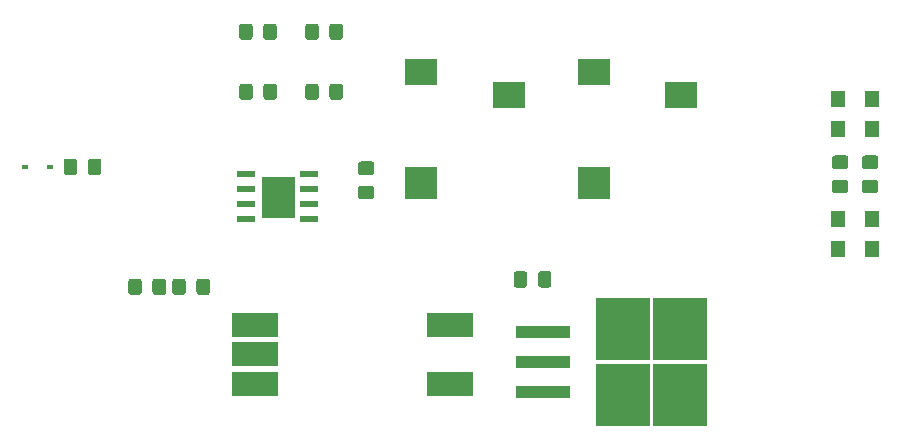
<source format=gbr>
%TF.GenerationSoftware,KiCad,Pcbnew,(5.1.6)-1*%
%TF.CreationDate,2020-10-30T20:37:25-07:00*%
%TF.ProjectId,highvoltagedriver,68696768-766f-46c7-9461-676564726976,rev?*%
%TF.SameCoordinates,Original*%
%TF.FileFunction,Paste,Top*%
%TF.FilePolarity,Positive*%
%FSLAX46Y46*%
G04 Gerber Fmt 4.6, Leading zero omitted, Abs format (unit mm)*
G04 Created by KiCad (PCBNEW (5.1.6)-1) date 2020-10-30 20:37:25*
%MOMM*%
%LPD*%
G01*
G04 APERTURE LIST*
%ADD10C,0.010000*%
%ADD11R,1.550000X0.600000*%
%ADD12R,2.800000X2.800000*%
%ADD13R,2.800000X2.200000*%
%ADD14R,0.600000X0.450000*%
%ADD15R,4.550000X5.250000*%
%ADD16R,4.600000X1.100000*%
%ADD17R,4.000000X2.000000*%
%ADD18R,1.300000X1.400000*%
G04 APERTURE END LIST*
D10*
%TO.C,U1*%
G36*
X146600000Y-95455000D02*
G01*
X149310000Y-95455000D01*
X149310000Y-98855000D01*
X146600000Y-98855000D01*
X146600000Y-95455000D01*
G37*
X146600000Y-95455000D02*
X149310000Y-95455000D01*
X149310000Y-98855000D01*
X146600000Y-98855000D01*
X146600000Y-95455000D01*
%TD*%
D11*
%TO.C,U1*%
X150655000Y-95250000D03*
X150655000Y-96520000D03*
X150655000Y-97790000D03*
X150655000Y-99060000D03*
X145255000Y-99060000D03*
X145255000Y-97790000D03*
X145255000Y-96520000D03*
X145255000Y-95250000D03*
%TD*%
%TO.C,R6*%
G36*
G01*
X155898001Y-95308000D02*
X154997999Y-95308000D01*
G75*
G02*
X154748000Y-95058001I0J249999D01*
G01*
X154748000Y-94407999D01*
G75*
G02*
X154997999Y-94158000I249999J0D01*
G01*
X155898001Y-94158000D01*
G75*
G02*
X156148000Y-94407999I0J-249999D01*
G01*
X156148000Y-95058001D01*
G75*
G02*
X155898001Y-95308000I-249999J0D01*
G01*
G37*
G36*
G01*
X155898001Y-97358000D02*
X154997999Y-97358000D01*
G75*
G02*
X154748000Y-97108001I0J249999D01*
G01*
X154748000Y-96457999D01*
G75*
G02*
X154997999Y-96208000I249999J0D01*
G01*
X155898001Y-96208000D01*
G75*
G02*
X156148000Y-96457999I0J-249999D01*
G01*
X156148000Y-97108001D01*
G75*
G02*
X155898001Y-97358000I-249999J0D01*
G01*
G37*
%TD*%
%TO.C,R5*%
G36*
G01*
X145854000Y-87814999D02*
X145854000Y-88715001D01*
G75*
G02*
X145604001Y-88965000I-249999J0D01*
G01*
X144953999Y-88965000D01*
G75*
G02*
X144704000Y-88715001I0J249999D01*
G01*
X144704000Y-87814999D01*
G75*
G02*
X144953999Y-87565000I249999J0D01*
G01*
X145604001Y-87565000D01*
G75*
G02*
X145854000Y-87814999I0J-249999D01*
G01*
G37*
G36*
G01*
X147904000Y-87814999D02*
X147904000Y-88715001D01*
G75*
G02*
X147654001Y-88965000I-249999J0D01*
G01*
X147003999Y-88965000D01*
G75*
G02*
X146754000Y-88715001I0J249999D01*
G01*
X146754000Y-87814999D01*
G75*
G02*
X147003999Y-87565000I249999J0D01*
G01*
X147654001Y-87565000D01*
G75*
G02*
X147904000Y-87814999I0J-249999D01*
G01*
G37*
%TD*%
%TO.C,R4*%
G36*
G01*
X151442000Y-87814999D02*
X151442000Y-88715001D01*
G75*
G02*
X151192001Y-88965000I-249999J0D01*
G01*
X150541999Y-88965000D01*
G75*
G02*
X150292000Y-88715001I0J249999D01*
G01*
X150292000Y-87814999D01*
G75*
G02*
X150541999Y-87565000I249999J0D01*
G01*
X151192001Y-87565000D01*
G75*
G02*
X151442000Y-87814999I0J-249999D01*
G01*
G37*
G36*
G01*
X153492000Y-87814999D02*
X153492000Y-88715001D01*
G75*
G02*
X153242001Y-88965000I-249999J0D01*
G01*
X152591999Y-88965000D01*
G75*
G02*
X152342000Y-88715001I0J249999D01*
G01*
X152342000Y-87814999D01*
G75*
G02*
X152591999Y-87565000I249999J0D01*
G01*
X153242001Y-87565000D01*
G75*
G02*
X153492000Y-87814999I0J-249999D01*
G01*
G37*
%TD*%
%TO.C,R3*%
G36*
G01*
X145845000Y-82734999D02*
X145845000Y-83635001D01*
G75*
G02*
X145595001Y-83885000I-249999J0D01*
G01*
X144944999Y-83885000D01*
G75*
G02*
X144695000Y-83635001I0J249999D01*
G01*
X144695000Y-82734999D01*
G75*
G02*
X144944999Y-82485000I249999J0D01*
G01*
X145595001Y-82485000D01*
G75*
G02*
X145845000Y-82734999I0J-249999D01*
G01*
G37*
G36*
G01*
X147895000Y-82734999D02*
X147895000Y-83635001D01*
G75*
G02*
X147645001Y-83885000I-249999J0D01*
G01*
X146994999Y-83885000D01*
G75*
G02*
X146745000Y-83635001I0J249999D01*
G01*
X146745000Y-82734999D01*
G75*
G02*
X146994999Y-82485000I249999J0D01*
G01*
X147645001Y-82485000D01*
G75*
G02*
X147895000Y-82734999I0J-249999D01*
G01*
G37*
%TD*%
D12*
%TO.C,J8*%
X160130000Y-95970000D03*
D13*
X160130000Y-86570000D03*
X167530000Y-88570000D03*
%TD*%
%TO.C,C7*%
G36*
G01*
X151442000Y-82734999D02*
X151442000Y-83635001D01*
G75*
G02*
X151192001Y-83885000I-249999J0D01*
G01*
X150541999Y-83885000D01*
G75*
G02*
X150292000Y-83635001I0J249999D01*
G01*
X150292000Y-82734999D01*
G75*
G02*
X150541999Y-82485000I249999J0D01*
G01*
X151192001Y-82485000D01*
G75*
G02*
X151442000Y-82734999I0J-249999D01*
G01*
G37*
G36*
G01*
X153492000Y-82734999D02*
X153492000Y-83635001D01*
G75*
G02*
X153242001Y-83885000I-249999J0D01*
G01*
X152591999Y-83885000D01*
G75*
G02*
X152342000Y-83635001I0J249999D01*
G01*
X152342000Y-82734999D01*
G75*
G02*
X152591999Y-82485000I249999J0D01*
G01*
X153242001Y-82485000D01*
G75*
G02*
X153492000Y-82734999I0J-249999D01*
G01*
G37*
%TD*%
%TO.C,R1*%
G36*
G01*
X130995000Y-94164999D02*
X130995000Y-95065001D01*
G75*
G02*
X130745001Y-95315000I-249999J0D01*
G01*
X130094999Y-95315000D01*
G75*
G02*
X129845000Y-95065001I0J249999D01*
G01*
X129845000Y-94164999D01*
G75*
G02*
X130094999Y-93915000I249999J0D01*
G01*
X130745001Y-93915000D01*
G75*
G02*
X130995000Y-94164999I0J-249999D01*
G01*
G37*
G36*
G01*
X133045000Y-94164999D02*
X133045000Y-95065001D01*
G75*
G02*
X132795001Y-95315000I-249999J0D01*
G01*
X132144999Y-95315000D01*
G75*
G02*
X131895000Y-95065001I0J249999D01*
G01*
X131895000Y-94164999D01*
G75*
G02*
X132144999Y-93915000I249999J0D01*
G01*
X132795001Y-93915000D01*
G75*
G02*
X133045000Y-94164999I0J-249999D01*
G01*
G37*
%TD*%
D14*
%TO.C,D5*%
X128685000Y-94615000D03*
X126585000Y-94615000D03*
%TD*%
D12*
%TO.C,J4*%
X174735000Y-95970000D03*
D13*
X174735000Y-86570000D03*
X182135000Y-88570000D03*
%TD*%
%TO.C,C6*%
G36*
G01*
X140190000Y-104324999D02*
X140190000Y-105225001D01*
G75*
G02*
X139940001Y-105475000I-249999J0D01*
G01*
X139289999Y-105475000D01*
G75*
G02*
X139040000Y-105225001I0J249999D01*
G01*
X139040000Y-104324999D01*
G75*
G02*
X139289999Y-104075000I249999J0D01*
G01*
X139940001Y-104075000D01*
G75*
G02*
X140190000Y-104324999I0J-249999D01*
G01*
G37*
G36*
G01*
X142240000Y-104324999D02*
X142240000Y-105225001D01*
G75*
G02*
X141990001Y-105475000I-249999J0D01*
G01*
X141339999Y-105475000D01*
G75*
G02*
X141090000Y-105225001I0J249999D01*
G01*
X141090000Y-104324999D01*
G75*
G02*
X141339999Y-104075000I249999J0D01*
G01*
X141990001Y-104075000D01*
G75*
G02*
X142240000Y-104324999I0J-249999D01*
G01*
G37*
%TD*%
%TO.C,C5*%
G36*
G01*
X137365000Y-105225001D02*
X137365000Y-104324999D01*
G75*
G02*
X137614999Y-104075000I249999J0D01*
G01*
X138265001Y-104075000D01*
G75*
G02*
X138515000Y-104324999I0J-249999D01*
G01*
X138515000Y-105225001D01*
G75*
G02*
X138265001Y-105475000I-249999J0D01*
G01*
X137614999Y-105475000D01*
G75*
G02*
X137365000Y-105225001I0J249999D01*
G01*
G37*
G36*
G01*
X135315000Y-105225001D02*
X135315000Y-104324999D01*
G75*
G02*
X135564999Y-104075000I249999J0D01*
G01*
X136215001Y-104075000D01*
G75*
G02*
X136465000Y-104324999I0J-249999D01*
G01*
X136465000Y-105225001D01*
G75*
G02*
X136215001Y-105475000I-249999J0D01*
G01*
X135564999Y-105475000D01*
G75*
G02*
X135315000Y-105225001I0J249999D01*
G01*
G37*
%TD*%
D15*
%TO.C,U2*%
X177165000Y-113900000D03*
X182015000Y-108350000D03*
X177165000Y-108350000D03*
X182015000Y-113900000D03*
D16*
X170440000Y-113665000D03*
X170440000Y-111125000D03*
X170440000Y-108585000D03*
%TD*%
D17*
%TO.C,RV2*%
X162555000Y-112990000D03*
X162555000Y-107990000D03*
X146055000Y-112990000D03*
X146055000Y-110490000D03*
X146055000Y-107990000D03*
%TD*%
%TO.C,R2*%
G36*
G01*
X169995000Y-104590001D02*
X169995000Y-103689999D01*
G75*
G02*
X170244999Y-103440000I249999J0D01*
G01*
X170895001Y-103440000D01*
G75*
G02*
X171145000Y-103689999I0J-249999D01*
G01*
X171145000Y-104590001D01*
G75*
G02*
X170895001Y-104840000I-249999J0D01*
G01*
X170244999Y-104840000D01*
G75*
G02*
X169995000Y-104590001I0J249999D01*
G01*
G37*
G36*
G01*
X167945000Y-104590001D02*
X167945000Y-103689999D01*
G75*
G02*
X168194999Y-103440000I249999J0D01*
G01*
X168845001Y-103440000D01*
G75*
G02*
X169095000Y-103689999I0J-249999D01*
G01*
X169095000Y-104590001D01*
G75*
G02*
X168845001Y-104840000I-249999J0D01*
G01*
X168194999Y-104840000D01*
G75*
G02*
X167945000Y-104590001I0J249999D01*
G01*
G37*
%TD*%
D18*
%TO.C,D4*%
X198300000Y-99060000D03*
X195400000Y-99060000D03*
%TD*%
%TO.C,D3*%
X198300000Y-88900000D03*
X195400000Y-88900000D03*
%TD*%
%TO.C,D2*%
X195400000Y-101600000D03*
X198300000Y-101600000D03*
%TD*%
%TO.C,D1*%
X195400000Y-91440000D03*
X198300000Y-91440000D03*
%TD*%
%TO.C,C3*%
G36*
G01*
X196030001Y-94800000D02*
X195129999Y-94800000D01*
G75*
G02*
X194880000Y-94550001I0J249999D01*
G01*
X194880000Y-93899999D01*
G75*
G02*
X195129999Y-93650000I249999J0D01*
G01*
X196030001Y-93650000D01*
G75*
G02*
X196280000Y-93899999I0J-249999D01*
G01*
X196280000Y-94550001D01*
G75*
G02*
X196030001Y-94800000I-249999J0D01*
G01*
G37*
G36*
G01*
X196030001Y-96850000D02*
X195129999Y-96850000D01*
G75*
G02*
X194880000Y-96600001I0J249999D01*
G01*
X194880000Y-95949999D01*
G75*
G02*
X195129999Y-95700000I249999J0D01*
G01*
X196030001Y-95700000D01*
G75*
G02*
X196280000Y-95949999I0J-249999D01*
G01*
X196280000Y-96600001D01*
G75*
G02*
X196030001Y-96850000I-249999J0D01*
G01*
G37*
%TD*%
%TO.C,C1*%
G36*
G01*
X198570001Y-94800000D02*
X197669999Y-94800000D01*
G75*
G02*
X197420000Y-94550001I0J249999D01*
G01*
X197420000Y-93899999D01*
G75*
G02*
X197669999Y-93650000I249999J0D01*
G01*
X198570001Y-93650000D01*
G75*
G02*
X198820000Y-93899999I0J-249999D01*
G01*
X198820000Y-94550001D01*
G75*
G02*
X198570001Y-94800000I-249999J0D01*
G01*
G37*
G36*
G01*
X198570001Y-96850000D02*
X197669999Y-96850000D01*
G75*
G02*
X197420000Y-96600001I0J249999D01*
G01*
X197420000Y-95949999D01*
G75*
G02*
X197669999Y-95700000I249999J0D01*
G01*
X198570001Y-95700000D01*
G75*
G02*
X198820000Y-95949999I0J-249999D01*
G01*
X198820000Y-96600001D01*
G75*
G02*
X198570001Y-96850000I-249999J0D01*
G01*
G37*
%TD*%
M02*

</source>
